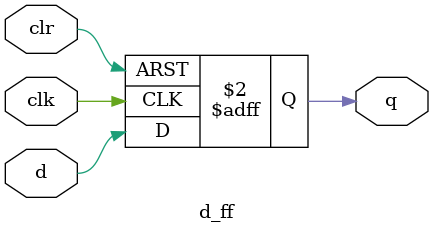
<source format=v>
module d_ff(q,clr,clk,d);
	output reg q;
	input clr,clk,d;
	always @(negedge clk or posedge clr) begin
		if(clr) 
			q <= 1'b0;
		else 
			q <= d;
	end
endmodule
</source>
